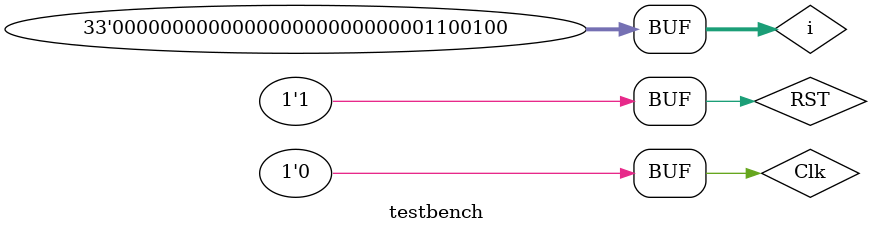
<source format=v>
`timescale 1ns / 1ps


module testbench;

	// Inputs
	reg Clk;
	reg RST;

	// Outputs
	wire [3:0] OUT;
	reg [32:0] i;

	// Instantiate the Unit Under Test (UUT)
	DEMLEN4BIT uut (
		.Clk(Clk), 
		.RST(RST), 
		.OUT(OUT)
	);

	initial begin
		// Initialize Inputs
		Clk = 0;
		RST = 0;

		// Wait 100 ns for global reset to finish
		#100;
        
		// Add stimulus here
	for(i=0; i<100; i=i+1)
	begin
		#5 Clk = ~Clk;
		if(i==3) RST=1;
	end
	end
      
endmodule


</source>
